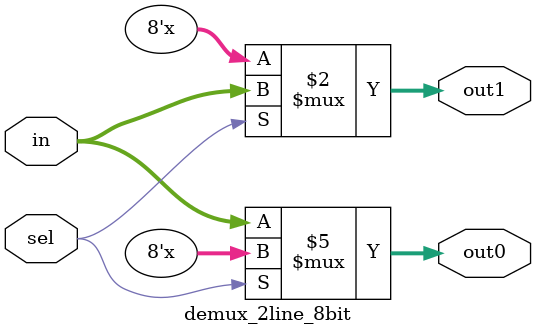
<source format=v>
module demux_2line_8bit(
    input [7:0] in,
    input sel,
    output reg [7:0] out0,
    output reg [7:0] out1
);
    always @(in or sel)
    begin
        case(sel)
            1'b0:
                begin
                    out0 = in;
                    out1 = 8'bxxxxxxxx;
                end
            1'b1:
                begin
                    out0 = 8'bxxxxxxxx;
                    out1 = in;
                end
            default:
                begin
                    out0 = 8'bxxxxxxxx;
                    out1 = 8'bxxxxxxxx;
                end
        endcase
    end
endmodule

</source>
